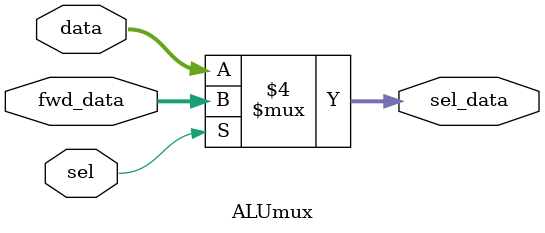
<source format=v>
`timescale 1ns / 1ps

module ALUmux(
    input [7:0] fwd_data,
    input [7:0] data,
    input sel,
    output reg [7:0] sel_data
    );
    
    always@(sel, fwd_data, data)
    begin
        if(sel==1)
        begin
            sel_data=fwd_data;
        end
        else
        begin
            sel_data=data;
        end
    end
endmodule

</source>
